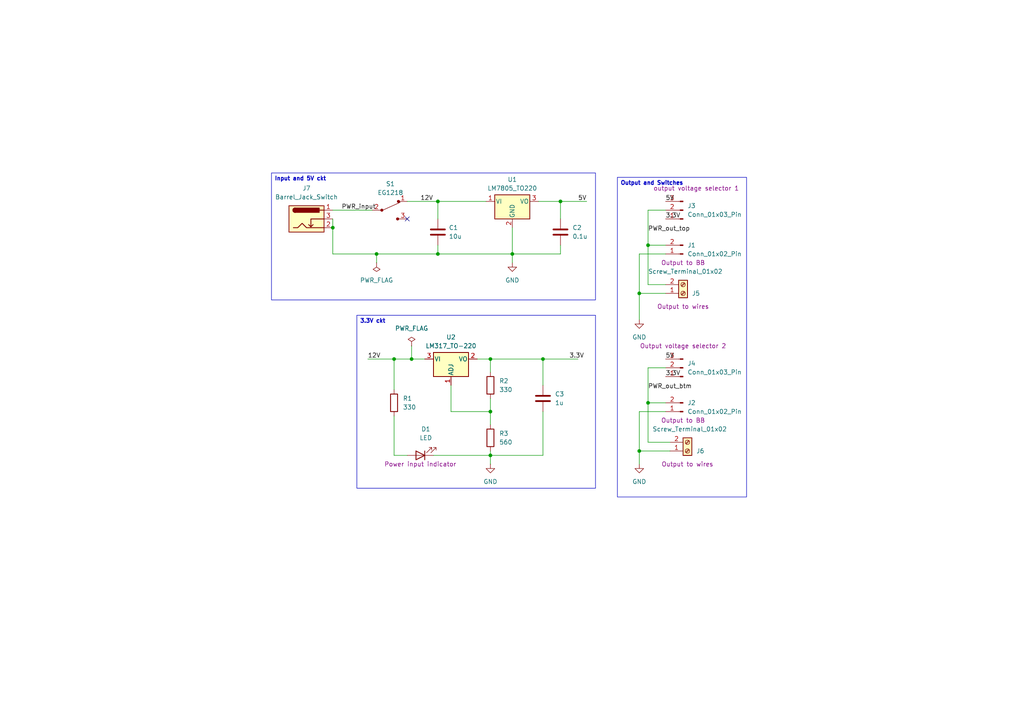
<source format=kicad_sch>
(kicad_sch (version 20231120) (generator "eeschema") (generator_version "8.0")
  (paper "A4")
  (title_block (title "BB power supply (project)") (rev "1"))
  (lib_symbols
    (symbol "Connector:Barrel_Jack_Switch" (pin_names hide)
      (property "Reference" "J" (at 0 5.334 0))
      (property "Value" "Barrel_Jack_Switch" (at 0 -5.08 0))
      (symbol "Barrel_Jack_Switch_0_1"
        (rectangle (start -5.08 3.81) (end 5.08 -3.81) (stroke (width 0.254)) (fill (type background)))
        (arc (start -3.302 3.175) (mid -3.9343 2.54) (end -3.302 1.905) (stroke (width 0.254)))
        (arc (start -3.302 3.175) (mid -3.9343 2.54) (end -3.302 1.905) (stroke (width 0.254)) (fill (type outline)))
        (polyline (pts (xy 1.27 -2.286) (xy 1.905 -1.651)) (stroke (width 0.254)))
        (polyline (pts (xy 5.08 2.54) (xy 3.81 2.54)) (stroke (width 0.254)))
        (polyline (pts (xy 5.08 0) (xy 1.27 0) (xy 1.27 -2.286) (xy 0.635 -1.651)) (stroke (width 0.254)))
        (polyline (pts (xy -3.81 -2.54) (xy -2.54 -2.54) (xy -1.27 -1.27) (xy 0 -2.54) (xy 2.54 -2.54) (xy 5.08 -2.54)) (stroke (width 0.254)))
        (rectangle (start 3.683 3.175) (end -3.302 1.905) (stroke (width 0.254)) (fill (type outline)))
      )
      (symbol "Barrel_Jack_Switch_1_1"
        (pin passive line (at 7.62 2.54 180) (length 2.54) (name "~") (number "1"))
        (pin passive line (at 7.62 -2.54 180) (length 2.54) (name "~") (number "2"))
        (pin passive line (at 7.62 0 180) (length 2.54) (name "~") (number "3"))
      )
    )
    (symbol "Connector:Conn_01x02_Pin" (pin_names (offset 1.016) hide)
      (property "Reference" "J" (at 0 2.54 0))
      (property "Value" "Conn_01x02_Pin" (at 0 -5.08 0))
      (symbol "Conn_01x02_Pin_1_1"
        (polyline (pts (xy 1.27 -2.54) (xy 0.8636 -2.54)) (stroke (width 0.1524)))
        (polyline (pts (xy 1.27 0) (xy 0.8636 0)) (stroke (width 0.1524)))
        (rectangle (start 0.8636 -2.413) (end 0 -2.667) (stroke (width 0.1524)) (fill (type outline)))
        (rectangle (start 0.8636 0.127) (end 0 -0.127) (stroke (width 0.1524)) (fill (type outline)))
        (pin passive line (at 5.08 0 180) (length 3.81) (name "Pin_1") (number "1"))
        (pin passive line (at 5.08 -2.54 180) (length 3.81) (name "Pin_2") (number "2"))
      )
    )
    (symbol "Connector:Conn_01x03_Pin" (pin_names (offset 1.016) hide)
      (property "Reference" "J" (at 0 5.08 0))
      (property "Value" "Conn_01x03_Pin" (at 0 -5.08 0))
      (symbol "Conn_01x03_Pin_1_1"
        (polyline (pts (xy 1.27 -2.54) (xy 0.8636 -2.54)) (stroke (width 0.1524)))
        (polyline (pts (xy 1.27 0) (xy 0.8636 0)) (stroke (width 0.1524)))
        (polyline (pts (xy 1.27 2.54) (xy 0.8636 2.54)) (stroke (width 0.1524)))
        (rectangle (start 0.8636 -2.413) (end 0 -2.667) (stroke (width 0.1524)) (fill (type outline)))
        (rectangle (start 0.8636 0.127) (end 0 -0.127) (stroke (width 0.1524)) (fill (type outline)))
        (rectangle (start 0.8636 2.667) (end 0 2.413) (stroke (width 0.1524)) (fill (type outline)))
        (pin passive line (at 5.08 2.54 180) (length 3.81) (name "Pin_1") (number "1"))
        (pin passive line (at 5.08 0 180) (length 3.81) (name "Pin_2") (number "2"))
        (pin passive line (at 5.08 -2.54 180) (length 3.81) (name "Pin_3") (number "3"))
      )
    )
    (symbol "Connector:Screw_Terminal_01x02" (pin_names (offset 1.016) hide)
      (property "Reference" "J" (at 0 2.54 0))
      (property "Value" "Screw_Terminal_01x02" (at 0 -5.08 0))
      (symbol "Screw_Terminal_01x02_1_1"
        (rectangle (start -1.27 1.27) (end 1.27 -3.81) (stroke (width 0.254)) (fill (type background)))
        (circle (center 0 -2.54) (radius 0.635) (stroke (width 0.1524)))
        (polyline (pts (xy -0.5334 -2.2098) (xy 0.3302 -3.048)) (stroke (width 0.1524)))
        (polyline (pts (xy -0.5334 0.3302) (xy 0.3302 -0.508)) (stroke (width 0.1524)))
        (polyline (pts (xy -0.3556 -2.032) (xy 0.508 -2.8702)) (stroke (width 0.1524)))
        (polyline (pts (xy -0.3556 0.508) (xy 0.508 -0.3302)) (stroke (width 0.1524)))
        (circle (center 0 0) (radius 0.635) (stroke (width 0.1524)))
        (pin passive line (at -5.08 0 0) (length 3.81) (name "Pin_1") (number "1"))
        (pin passive line (at -5.08 -2.54 0) (length 3.81) (name "Pin_2") (number "2"))
      )
    )
    (symbol "Device:C" (pin_numbers hide) (pin_names (offset 0.254))
      (property "Reference" "C" (at 0.635 2.54 0))
      (property "Value" "C" (at 0.635 -2.54 0))
      (symbol "C_0_1"
        (polyline (pts (xy -2.032 -0.762) (xy 2.032 -0.762)) (stroke (width 0.508)))
        (polyline (pts (xy -2.032 0.762) (xy 2.032 0.762)) (stroke (width 0.508)))
      )
      (symbol "C_1_1"
        (pin passive line (at 0 3.81 270) (length 2.794) (name "~") (number "1"))
        (pin passive line (at 0 -3.81 90) (length 2.794) (name "~") (number "2"))
      )
    )
    (symbol "Device:LED" (pin_numbers hide) (pin_names (offset 1.016) hide)
      (property "Reference" "D" (at 0 2.54 0))
      (property "Value" "LED" (at 0 -2.54 0))
      (symbol "LED_0_1"
        (polyline (pts (xy -1.27 -1.27) (xy -1.27 1.27)) (stroke (width 0.254)))
        (polyline (pts (xy -1.27 0) (xy 1.27 0)))
        (polyline (pts (xy 1.27 -1.27) (xy 1.27 1.27) (xy -1.27 0) (xy 1.27 -1.27)) (stroke (width 0.254)))
        (polyline (pts (xy -3.048 -0.762) (xy -4.572 -2.286) (xy -3.81 -2.286) (xy -4.572 -2.286) (xy -4.572 -1.524)))
        (polyline (pts (xy -1.778 -0.762) (xy -3.302 -2.286) (xy -2.54 -2.286) (xy -3.302 -2.286) (xy -3.302 -1.524)))
      )
      (symbol "LED_1_1"
        (pin passive line (at -3.81 0 0) (length 2.54) (name "K") (number "1"))
        (pin passive line (at 3.81 0 180) (length 2.54) (name "A") (number "2"))
      )
    )
    (symbol "Device:R" (pin_numbers hide) (pin_names (offset 0))
      (property "Reference" "R" (at 2.032 0 90))
      (property "Value" "R" (at 0 0 90))
      (symbol "R_0_1"
        (rectangle (start -1.016 -2.54) (end 1.016 2.54) (stroke (width 0.254)))
      )
      (symbol "R_1_1"
        (pin passive line (at 0 3.81 270) (length 1.27) (name "~") (number "1"))
        (pin passive line (at 0 -3.81 90) (length 1.27) (name "~") (number "2"))
      )
    )
    (symbol "Regulator_Linear:LM317_TO-220" (pin_names (offset 0.254))
      (property "Reference" "U" (at -3.81 3.175 0))
      (property "Value" "LM317_TO-220" (at 0 3.175 0))
      (symbol "LM317_TO-220_0_1"
        (rectangle (start -5.08 1.905) (end 5.08 -5.08) (stroke (width 0.254)) (fill (type background)))
      )
      (symbol "LM317_TO-220_1_1"
        (pin input line (at 0 -7.62 90) (length 2.54) (name "ADJ") (number "1"))
        (pin power_out line (at 7.62 0 180) (length 2.54) (name "VO") (number "2"))
        (pin power_in line (at -7.62 0 0) (length 2.54) (name "VI") (number "3"))
      )
    )
    (symbol "Regulator_Linear:LM7805_TO220" (pin_names (offset 0.254))
      (property "Reference" "U" (at -3.81 3.175 0))
      (property "Value" "LM7805_TO220" (at 0 3.175 0))
      (symbol "LM7805_TO220_0_1"
        (rectangle (start -5.08 1.905) (end 5.08 -5.08) (stroke (width 0.254)) (fill (type background)))
      )
      (symbol "LM7805_TO220_1_1"
        (pin power_in line (at -7.62 0 0) (length 2.54) (name "VI") (number "1"))
        (pin power_in line (at 0 -7.62 90) (length 2.54) (name "GND") (number "2"))
        (pin power_out line (at 7.62 0 180) (length 2.54) (name "VO") (number "3"))
      )
    )
    (symbol "dk_Slide-Switches:EG1218" (pin_names (offset 0))
      (property "Reference" "S" (at -3.81 2.286 0))
      (property "Value" "EG1218" (at 0 -5.334 0))
      (symbol "EG1218_0_1"
        (circle (center -2.286 0) (radius 0.3556) (fill (type outline)))
        (polyline (pts (xy -2.032 0) (xy 3.048 2.286)))
        (circle (center 2.286 -2.54) (radius 0.3556) (fill (type outline)))
        (circle (center 2.54 2.54) (radius 0.3556) (fill (type outline)))
      )
      (symbol "EG1218_1_1"
        (pin passive line (at 5.08 2.54 180) (length 2.54) (name "~") (number "1"))
        (pin passive line (at -5.08 0 0) (length 2.54) (name "~") (number "2"))
        (pin passive line (at 5.08 -2.54 180) (length 2.54) (name "~") (number "3"))
      )
    )
    (symbol "power:GND" (power) (pin_numbers hide) (pin_names (offset 0) hide)
      (property "Value" "GND" (at 0 -3.81 0))
      (symbol "GND_0_1"
        (polyline (pts (xy 0 0) (xy 0 -1.27) (xy 1.27 -1.27) (xy 0 -2.54) (xy -1.27 -1.27) (xy 0 -1.27)))
      )
      (symbol "GND_1_1"
        (pin power_in line (at 0 0 270) (length 0) (name "~") (number "1"))
      )
    )
    (symbol "power:PWR_FLAG" (power) (pin_numbers hide) (pin_names (offset 0) hide)
      (property "Value" "PWR_FLAG" (at 0 3.81 0))
      (symbol "PWR_FLAG_0_0"
        (pin power_out line (at 0 0 90) (length 0) (name "~") (number "1"))
      )
      (symbol "PWR_FLAG_0_1"
        (polyline (pts (xy 0 0) (xy 0 1.27) (xy -1.016 1.905) (xy 0 2.54) (xy 1.016 1.905) (xy 0 1.27)))
      )
    )
  )
  (junction (at 127 58.42))
  (junction (at 157.48 104.14))
  (junction (at 148.59 73.66))
  (junction (at 114.3 104.14))
  (junction (at 127 73.66))
  (junction (at 187.96 71.12))
  (junction (at 142.24 119.38))
  (junction (at 187.96 116.84))
  (junction (at 142.24 132.08))
  (junction (at 96.52 66.04))
  (junction (at 162.56 58.42))
  (junction (at 185.42 130.81))
  (junction (at 109.22 73.66))
  (junction (at 142.24 104.14))
  (junction (at 185.42 85.09))
  (junction (at 119.38 104.14))
  (no_connect (at 118.11 63.5))
  (wire (pts (xy 114.3 104.14) (xy 114.3 113.03)))
  (wire (pts (xy 142.24 119.38) (xy 142.24 123.19)))
  (wire (pts (xy 142.24 132.08) (xy 142.24 134.62)))
  (wire (pts (xy 187.96 116.84) (xy 193.04 116.84)))
  (wire (pts (xy 125.73 132.08) (xy 142.24 132.08)))
  (wire (pts (xy 106.68 104.14) (xy 114.3 104.14)))
  (wire (pts (xy 185.42 130.81) (xy 194.31 130.81)))
  (wire (pts (xy 109.22 73.66) (xy 109.22 76.2)))
  (wire (pts (xy 187.96 71.12) (xy 187.96 82.55)))
  (wire (pts (xy 187.96 128.27) (xy 187.96 116.84)))
  (wire (pts (xy 130.81 119.38) (xy 142.24 119.38)))
  (wire (pts (xy 96.52 63.5) (xy 96.52 66.04)))
  (wire (pts (xy 138.43 104.14) (xy 142.24 104.14)))
  (wire (pts (xy 148.59 73.66) (xy 148.59 76.2)))
  (wire (pts (xy 157.48 119.38) (xy 157.48 132.08)))
  (wire (pts (xy 114.3 104.14) (xy 119.38 104.14)))
  (wire (pts (xy 96.52 66.04) (xy 96.52 73.66)))
  (wire (pts (xy 96.52 60.96) (xy 107.95 60.96)))
  (wire (pts (xy 187.96 106.68) (xy 187.96 116.84)))
  (wire (pts (xy 193.04 71.12) (xy 187.96 71.12)))
  (wire (pts (xy 162.56 58.42) (xy 162.56 63.5)))
  (wire (pts (xy 142.24 104.14) (xy 142.24 107.95)))
  (wire (pts (xy 157.48 104.14) (xy 167.64 104.14)))
  (wire (pts (xy 118.11 58.42) (xy 127 58.42)))
  (wire (pts (xy 193.04 85.09) (xy 185.42 85.09)))
  (wire (pts (xy 193.04 73.66) (xy 185.42 73.66)))
  (wire (pts (xy 162.56 73.66) (xy 148.59 73.66)))
  (wire (pts (xy 193.04 106.68) (xy 187.96 106.68)))
  (wire (pts (xy 127 58.42) (xy 127 63.5)))
  (wire (pts (xy 142.24 115.57) (xy 142.24 119.38)))
  (wire (pts (xy 142.24 132.08) (xy 142.24 130.81)))
  (wire (pts (xy 127 73.66) (xy 148.59 73.66)))
  (wire (pts (xy 162.56 58.42) (xy 170.18 58.42)))
  (wire (pts (xy 185.42 73.66) (xy 185.42 85.09)))
  (wire (pts (xy 114.3 120.65) (xy 114.3 132.08)))
  (wire (pts (xy 162.56 71.12) (xy 162.56 73.66)))
  (wire (pts (xy 185.42 119.38) (xy 185.42 130.81)))
  (wire (pts (xy 119.38 104.14) (xy 123.19 104.14)))
  (wire (pts (xy 96.52 73.66) (xy 109.22 73.66)))
  (wire (pts (xy 194.31 128.27) (xy 187.96 128.27)))
  (wire (pts (xy 157.48 104.14) (xy 157.48 111.76)))
  (wire (pts (xy 119.38 100.33) (xy 119.38 104.14)))
  (wire (pts (xy 187.96 60.96) (xy 187.96 71.12)))
  (wire (pts (xy 187.96 82.55) (xy 193.04 82.55)))
  (wire (pts (xy 130.81 111.76) (xy 130.81 119.38)))
  (wire (pts (xy 193.04 60.96) (xy 187.96 60.96)))
  (wire (pts (xy 148.59 66.04) (xy 148.59 73.66)))
  (wire (pts (xy 114.3 132.08) (xy 118.11 132.08)))
  (wire (pts (xy 156.21 58.42) (xy 162.56 58.42)))
  (wire (pts (xy 127 71.12) (xy 127 73.66)))
  (wire (pts (xy 193.04 119.38) (xy 185.42 119.38)))
  (wire (pts (xy 185.42 130.81) (xy 185.42 134.62)))
  (wire (pts (xy 127 58.42) (xy 140.97 58.42)))
  (wire (pts (xy 142.24 132.08) (xy 157.48 132.08)))
  (wire (pts (xy 142.24 104.14) (xy 157.48 104.14)))
  (wire (pts (xy 109.22 73.66) (xy 127 73.66)))
  (wire (pts (xy 185.42 85.09) (xy 185.42 92.71)))
  (text_box "3.3V ckt" (at 103.505 91.44 0) (size 69.215 50.165) (effects (font (size 1.15 1.15) (thickness 0.254) (bold yes)) (justify left top)))
  (text_box "Input and 5V ckt" (at 78.74 50.165 0) (size 93.98 36.83) (effects (font (size 1.15 1.15) (thickness 0.254) (bold yes)) (justify left top)))
  (text_box "Output and Switches" (at 179.07 51.435 0) (size 37.465 92.71) (effects (font (size 1.15 1.15) (thickness 0.254) (bold yes)) (justify left top)))
  (label "3.3V" (at 193.04 63.5 0))
  (label "PWR_out_top" (at 187.96 67.31 0))
  (label "PWR_out_btm" (at 187.96 113.03 0))
  (label "PWR_input" (at 99.06 60.96 0))
  (label "12V" (at 121.92 58.42 0))
  (label "12V" (at 106.68 104.14 0))
  (label "3.3V" (at 165.1 104.14 0))
  (label "5V" (at 167.64 58.42 0))
  (label "5V" (at 193.04 104.14 0))
  (label "5V" (at 193.04 58.42 0))
  (label "3.3V" (at 193.04 109.22 0))
  (symbol (lib_id "power:GND") (at 148.59 76.2 0) (unit 1)
    (property "Reference" "#PWR01" (effects (hide yes)))
    (property "Value" "GND" (at 148.59 81.28 0))
    (property "Description" "Power symbol creates a global label with name \"GND\" , ground" (effects (hide yes)))
  )
  (symbol (lib_id "Connector:Conn_01x03_Pin") (at 198.12 106.68 180) (unit 1)
    (property "Reference" "J4" (at 199.39 105.4099 0) (effects (justify right)))
    (property "Value" "Conn_01x03_Pin" (at 199.39 107.9499 0) (effects (justify right)))
    (property "Footprint" "Connector_PinHeader_2.54mm:PinHeader_1x03_P2.54mm_Vertical" (effects (hide yes)))
    (property "Description" "Generic connector, single row, 01x03, script generated" (effects (hide yes)))
    (property "Purpose" "Output voltage selector 2" (at 198.12 100.33 0))
  )
  (symbol (lib_id "Device:C") (at 162.56 67.31 0) (unit 1)
    (property "Reference" "C2" (at 166.0316 66.0399 0) (effects (justify left)))
    (property "Value" "0.1u" (at 166.0316 68.5799 0) (effects (justify left)))
    (property "Footprint" "Capacitor_THT:C_Disc_D3.0mm_W1.6mm_P2.50mm" (effects (hide yes)))
    (property "Description" "Unpolarized capacitor" (effects (hide yes)))
  )
  (symbol (lib_id "Connector:Barrel_Jack_Switch") (at 88.9 63.5 0) (unit 1)
    (property "Reference" "J7" (at 88.9 54.61 0))
    (property "Value" "Barrel_Jack_Switch" (at 88.9 57.15 0))
    (property "Footprint" "Connector_BarrelJack:BarrelJack_Horizontal" (effects (hide yes)))
    (property "Description" "DC Barrel Jack with an internal switch" (effects (hide yes)))
  )
  (symbol (lib_id "Device:LED") (at 121.92 132.08 180) (unit 1)
    (property "Reference" "D1" (at 123.5075 124.46 0))
    (property "Value" "LED" (at 123.5075 127 0))
    (property "Footprint" "LED_THT:LED_D5.0mm" (effects (hide yes)))
    (property "Description" "Light emitting diode" (effects (hide yes)))
    (property "Field5" "Power input indicator" (at 121.92 134.62 0))
  )
  (symbol (lib_id "Device:R") (at 142.24 111.76 180) (unit 1)
    (property "Reference" "R2" (at 144.78 110.4899 0) (effects (justify right)))
    (property "Value" "330" (at 144.78 113.0299 0) (effects (justify right)))
    (property "Footprint" "Resistor_THT:R_Axial_DIN0204_L3.6mm_D1.6mm_P7.62mm_Horizontal" (effects (hide yes)))
    (property "Description" "Resistor" (effects (hide yes)))
  )
  (symbol (lib_id "Connector:Conn_01x02_Pin") (at 198.12 119.38 180) (unit 1)
    (property "Reference" "J2" (at 199.39 116.8399 0) (effects (justify right)))
    (property "Value" "Conn_01x02_Pin" (at 199.39 119.3799 0) (effects (justify right)))
    (property "Footprint" "Connector_PinHeader_2.54mm:PinHeader_1x02_P2.54mm_Vertical" (effects (hide yes)))
    (property "Description" "Generic connector, single row, 01x02, script generated" (effects (hide yes)))
    (property "purpose" "Output to BB" (at 198.12 121.92 0))
  )
  (symbol (lib_id "Device:C") (at 127 67.31 0) (unit 1)
    (property "Reference" "C1" (at 130.1684 66.0399 0) (effects (justify left)))
    (property "Value" "10u" (at 130.1684 68.5799 0) (effects (justify left)))
    (property "Footprint" "Capacitor_THT:C_Disc_D3.0mm_W1.6mm_P2.50mm" (effects (hide yes)))
    (property "Description" "Unpolarized capacitor" (effects (hide yes)))
  )
  (symbol (lib_id "Regulator_Linear:LM7805_TO220") (at 148.59 58.42 0) (unit 1)
    (property "Reference" "U1" (at 148.59 52.07 0))
    (property "Value" "LM7805_TO220" (at 148.59 54.61 0))
    (property "Footprint" "Package_TO_SOT_THT:TO-220-3_Vertical" (effects (hide yes)))
    (property "Datasheet" "https://www.onsemi.cn/PowerSolutions/document/MC7800-D.PDF" (effects (hide yes)))
    (property "Description" "Positive 1A 35V Linear Regulator, Fixed Output 5V, TO-220" (effects (hide yes)))
  )
  (symbol (lib_id "dk_Slide-Switches:EG1218") (at 113.03 60.96 0) (unit 1)
    (property "Reference" "S1" (at 113.2332 53.34 0))
    (property "Value" "EG1218" (at 113.2332 55.88 0))
    (property "Footprint" "digikey-footprints:Switch_Slide_11.6x4mm_EG1218" (effects (hide yes)))
    (property "Datasheet" "http://spec_sheets.e-switch.com/specs/P040040.pdf" (effects (hide yes)))
    (property "Description" "SWITCH SLIDE SPDT 200MA 30V" (effects (hide yes)))
    (property "Digi-Key_PN" "EG1903-ND" (effects (hide yes)))
    (property "MPN" "EG1218" (effects (hide yes)))
    (property "Category" "Switches" (effects (hide yes)))
    (property "Family" "Slide Switches" (effects (hide yes)))
    (property "DK_Datasheet_Link" "http://spec_sheets.e-switch.com/specs/P040040.pdf" (effects (hide yes)))
    (property "DK_Detail_Page" "/product-detail/en/e-switch/EG1218/EG1903-ND/101726" (effects (hide yes)))
    (property "Description_1" "SWITCH SLIDE SPDT 200MA 30V" (effects (hide yes)))
    (property "Manufacturer" "E-Switch" (effects (hide yes)))
    (property "Status" "Active" (effects (hide yes)))
  )
  (symbol (lib_id "power:PWR_FLAG") (at 119.38 100.33 0) (unit 1)
    (property "Reference" "#FLG02" (effects (hide yes)))
    (property "Value" "PWR_FLAG" (at 119.38 95.25 0))
    (property "Description" "Special symbol for telling ERC where power comes from" (effects (hide yes)))
  )
  (symbol (lib_id "Regulator_Linear:LM317_TO-220") (at 130.81 104.14 0) (unit 1)
    (property "Reference" "U2" (at 130.81 97.79 0))
    (property "Value" "LM317_TO-220" (at 130.81 100.33 0))
    (property "Footprint" "Package_TO_SOT_THT:TO-220-3_Vertical" (effects (hide yes)))
    (property "Datasheet" "http://www.ti.com/lit/ds/symlink/lm317.pdf" (effects (hide yes)))
    (property "Description" "1.5A 35V Adjustable Linear Regulator, TO-220" (effects (hide yes)))
  )
  (symbol (lib_id "Connector:Screw_Terminal_01x02") (at 199.39 130.81 0) (mirror x) (unit 1)
    (property "Reference" "J6" (at 201.93 130.8101 0) (effects (justify left)))
    (property "Value" "Screw_Terminal_01x02" (at 189.23 124.46 0) (effects (justify left)))
    (property "Footprint" "TerminalBlock:TerminalBlock_bornier-2_P5.08mm" (effects (hide yes)))
    (property "Description" "Generic screw terminal, single row, 01x02, script generated (kicad-library-utils/schlib/autogen/connector/)" (effects (hide yes)))
    (property "Purpose" "Output to wires" (at 199.39 134.62 0))
  )
  (symbol (lib_id "power:GND") (at 142.24 134.62 0) (unit 1)
    (property "Reference" "#PWR02" (effects (hide yes)))
    (property "Value" "GND" (at 142.24 139.7 0))
    (property "Description" "Power symbol creates a global label with name \"GND\" , ground" (effects (hide yes)))
  )
  (symbol (lib_id "Connector:Conn_01x02_Pin") (at 198.12 73.66 180) (unit 1)
    (property "Reference" "J1" (at 199.39 71.1199 0) (effects (justify right)))
    (property "Value" "Conn_01x02_Pin" (at 199.39 73.6599 0) (effects (justify right)))
    (property "Footprint" "Connector_PinHeader_2.54mm:PinHeader_1x02_P2.54mm_Vertical" (effects (hide yes)))
    (property "Description" "Generic connector, single row, 01x02, script generated" (effects (hide yes)))
    (property "Purpose" "Output to BB" (at 198.12 76.2 0))
  )
  (symbol (lib_id "power:GND") (at 185.42 134.62 0) (unit 1)
    (property "Reference" "#PWR03" (effects (hide yes)))
    (property "Value" "GND" (at 185.42 139.7 0))
    (property "Description" "Power symbol creates a global label with name \"GND\" , ground" (effects (hide yes)))
  )
  (symbol (lib_id "Device:R") (at 142.24 127 180) (unit 1)
    (property "Reference" "R3" (at 144.78 125.7299 0) (effects (justify right)))
    (property "Value" "560" (at 144.78 128.2699 0) (effects (justify right)))
    (property "Footprint" "Resistor_THT:R_Axial_DIN0204_L3.6mm_D1.6mm_P7.62mm_Horizontal" (effects (hide yes)))
    (property "Description" "Resistor" (effects (hide yes)))
  )
  (symbol (lib_id "Device:R") (at 114.3 116.84 180) (unit 1)
    (property "Reference" "R1" (at 116.84 115.5699 0) (effects (justify right)))
    (property "Value" "330" (at 116.84 118.1099 0) (effects (justify right)))
    (property "Footprint" "Resistor_THT:R_Axial_DIN0204_L3.6mm_D1.6mm_P7.62mm_Horizontal" (effects (hide yes)))
    (property "Description" "Resistor" (effects (hide yes)))
  )
  (symbol (lib_id "power:GND") (at 185.42 92.71 0) (unit 1)
    (property "Reference" "#PWR04" (effects (hide yes)))
    (property "Value" "GND" (at 185.42 97.79 0))
    (property "Description" "Power symbol creates a global label with name \"GND\" , ground" (effects (hide yes)))
  )
  (symbol (lib_id "Connector:Screw_Terminal_01x02") (at 198.12 85.09 0) (mirror x) (unit 1)
    (property "Reference" "J5" (at 200.66 85.0901 0) (effects (justify left)))
    (property "Value" "Screw_Terminal_01x02" (at 187.96 78.74 0) (effects (justify left)))
    (property "Footprint" "TerminalBlock:TerminalBlock_bornier-2_P5.08mm" (effects (hide yes)))
    (property "Description" "Generic screw terminal, single row, 01x02, script generated (kicad-library-utils/schlib/autogen/connector/)" (effects (hide yes)))
    (property "Purpose" "Output to wires" (at 198.12 88.9 0))
  )
  (symbol (lib_id "Connector:Conn_01x03_Pin") (at 198.12 60.96 180) (unit 1)
    (property "Reference" "J3" (at 199.39 59.6899 0) (effects (justify right)))
    (property "Value" "Conn_01x03_Pin" (at 199.39 62.2299 0) (effects (justify right)))
    (property "Footprint" "Connector_PinHeader_2.54mm:PinHeader_1x03_P2.54mm_Vertical" (effects (hide yes)))
    (property "Description" "Generic connector, single row, 01x03, script generated" (effects (hide yes)))
    (property "purpose" "output voltage selector 1" (at 201.93 54.61 0))
  )
  (symbol (lib_id "power:PWR_FLAG") (at 109.22 76.2 180) (unit 1)
    (property "Reference" "#FLG01" (effects (hide yes)))
    (property "Value" "PWR_FLAG" (at 109.22 81.28 0))
    (property "Description" "Special symbol for telling ERC where power comes from" (effects (hide yes)))
  )
  (symbol (lib_id "Device:C") (at 157.48 115.57 0) (unit 1)
    (property "Reference" "C3" (at 160.9516 114.2999 0) (effects (justify left)))
    (property "Value" "1u" (at 160.9516 116.8399 0) (effects (justify left)))
    (property "Footprint" "Capacitor_THT:C_Disc_D3.0mm_W1.6mm_P2.50mm" (effects (hide yes)))
    (property "Description" "Unpolarized capacitor" (effects (hide yes)))
  )
)
</source>
